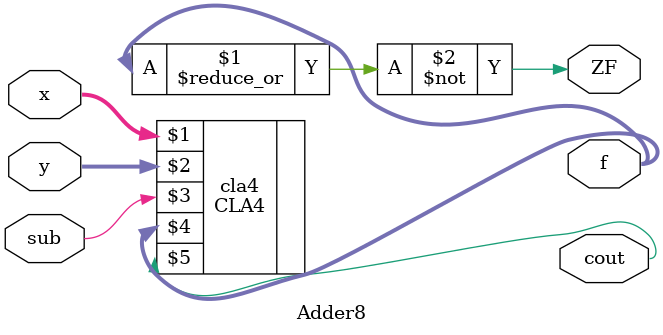
<source format=v>
`timescale 1ns / 1ps


module Adder8(
    input [3:0] x, y,
    input sub,
    output [3:0] f,
    output ZF,
    output cout
    );
    CLA4 cla4(x[3:0], y[3:0], sub, f[3:0], cout);
    assign ZF = ~(|f);
endmodule

</source>
